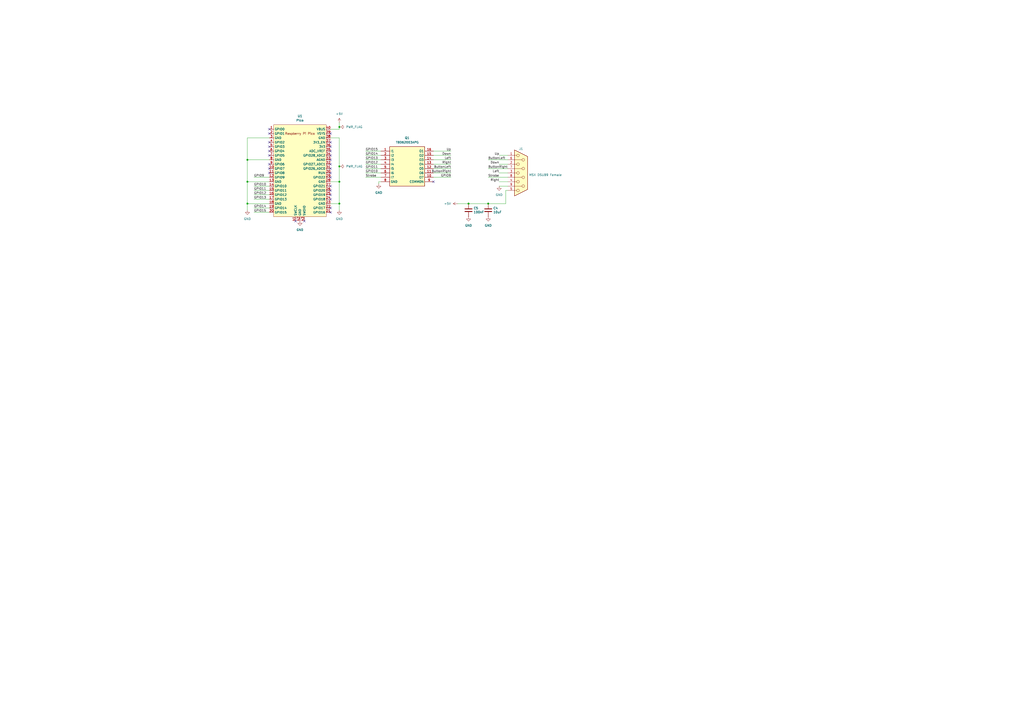
<source format=kicad_sch>
(kicad_sch (version 20231120) (generator "eeschema") (generator_version "8.0")
  (paper "A2")
  (title_block (title "MSX Mouse Adapter") (date "2021-10-31") (rev "0.9"))
  (lib_symbols
    (symbol "Device:C" (pin_numbers hide) (pin_names (offset 0.254))
      (property "Reference" "C" (at 0.635 2.54 0))
      (property "Value" "C" (at 0.635 -2.54 0))
      (symbol "C_0_1"
        (polyline (pts (xy -2.032 -0.762) (xy 2.032 -0.762)) (stroke (width 0.508)))
        (polyline (pts (xy -2.032 0.762) (xy 2.032 0.762)) (stroke (width 0.508)))
      )
      (symbol "C_1_1"
        (pin passive line (at 0 3.81 270) (length 2.794) (name "~") (number "1"))
        (pin passive line (at 0 -3.81 90) (length 2.794) (name "~") (number "2"))
      )
    )
    (symbol "dsub9:DB9_Female-Connector" (pin_names (offset 1.016) hide)
      (property "Reference" "J" (at 0 13.97 0))
      (property "Value" "Connector_DB9_Female" (at 0 -14.605 0))
      (symbol "DB9_Female-Connector_0_1"
        (circle (center -1.778 -10.16) (radius 0.762))
        (circle (center -1.778 -5.08) (radius 0.762))
        (circle (center -1.778 0) (radius 0.762))
        (circle (center -1.778 5.08) (radius 0.762))
        (circle (center -1.778 10.16) (radius 0.762))
        (polyline (pts (xy -3.81 -10.16) (xy -2.54 -10.16)))
        (polyline (pts (xy -3.81 -7.62) (xy 0.508 -7.62)))
        (polyline (pts (xy -3.81 -5.08) (xy -2.54 -5.08)))
        (polyline (pts (xy -3.81 -2.54) (xy 0.508 -2.54)))
        (polyline (pts (xy -3.81 0) (xy -2.54 0)))
        (polyline (pts (xy -3.81 2.54) (xy 0.508 2.54)))
        (polyline (pts (xy -3.81 5.08) (xy -2.54 5.08)))
        (polyline (pts (xy -3.81 7.62) (xy 0.508 7.62)))
        (polyline (pts (xy -3.81 10.16) (xy -2.54 10.16)))
        (polyline (pts (xy -3.81 13.335) (xy -3.81 -13.335) (xy 3.81 -9.525) (xy 3.81 9.525) (xy -3.81 13.335)) (stroke (width 0.254)) (fill (type background)))
        (circle (center 1.27 -7.62) (radius 0.762))
        (circle (center 1.27 -2.54) (radius 0.762))
        (circle (center 1.27 2.54) (radius 0.762))
        (circle (center 1.27 7.62) (radius 0.762))
      )
      (symbol "DB9_Female-Connector_1_1"
        (pin passive line (at -7.62 10.16 0) (length 3.81) (name "1") (number "1"))
        (pin passive line (at -7.62 5.08 0) (length 3.81) (name "2") (number "2"))
        (pin passive line (at -7.62 0 0) (length 3.81) (name "3") (number "3"))
        (pin passive line (at -7.62 -5.08 0) (length 3.81) (name "4") (number "4"))
        (pin passive line (at -7.62 -10.16 0) (length 3.81) (name "5") (number "5"))
        (pin passive line (at -7.62 7.62 0) (length 3.81) (name "6") (number "6"))
        (pin passive line (at -7.62 2.54 0) (length 3.81) (name "7") (number "7"))
        (pin passive line (at -7.62 -2.54 0) (length 3.81) (name "8") (number "8"))
        (pin passive line (at -7.62 -7.62 0) (length 3.81) (name "9") (number "9"))
      )
    )
    (symbol "pico-syms:Pico"
      (property "Reference" "U1" (at 0 31.75 0))
      (property "Value" "Pico" (at 0 29.21 0))
      (symbol "Pico_0_0"
        (text "Raspberry Pi Pico" (at 0 21.59 0) (effects (font (size 1.27 1.27))))
      )
      (symbol "Pico_0_1"
        (rectangle (start -15.24 26.67) (end 15.24 -26.67) (fill (type background)))
      )
      (symbol "Pico_1_1"
        (pin bidirectional line (at -17.78 24.13 0) (length 2.54) (name "GPIO0") (number "1"))
        (pin bidirectional line (at -17.78 1.27 0) (length 2.54) (name "GPIO7") (number "10"))
        (pin bidirectional line (at -17.78 -1.27 0) (length 2.54) (name "GPIO8") (number "11"))
        (pin bidirectional line (at -17.78 -3.81 0) (length 2.54) (name "GPIO9") (number "12"))
        (pin power_in line (at -17.78 -6.35 0) (length 2.54) (name "GND") (number "13"))
        (pin bidirectional line (at -17.78 -8.89 0) (length 2.54) (name "GPIO10") (number "14"))
        (pin bidirectional line (at -17.78 -11.43 0) (length 2.54) (name "GPIO11") (number "15"))
        (pin bidirectional line (at -17.78 -13.97 0) (length 2.54) (name "GPIO12") (number "16"))
        (pin bidirectional line (at -17.78 -16.51 0) (length 2.54) (name "GPIO13") (number "17"))
        (pin power_in line (at -17.78 -19.05 0) (length 2.54) (name "GND") (number "18"))
        (pin bidirectional line (at -17.78 -21.59 0) (length 2.54) (name "GPIO14") (number "19"))
        (pin bidirectional line (at -17.78 21.59 0) (length 2.54) (name "GPIO1") (number "2"))
        (pin bidirectional line (at -17.78 -24.13 0) (length 2.54) (name "GPIO15") (number "20"))
        (pin bidirectional line (at 17.78 -24.13 180) (length 2.54) (name "GPIO16") (number "21"))
        (pin bidirectional line (at 17.78 -21.59 180) (length 2.54) (name "GPIO17") (number "22"))
        (pin power_in line (at 17.78 -19.05 180) (length 2.54) (name "GND") (number "23"))
        (pin bidirectional line (at 17.78 -16.51 180) (length 2.54) (name "GPIO18") (number "24"))
        (pin bidirectional line (at 17.78 -13.97 180) (length 2.54) (name "GPIO19") (number "25"))
        (pin bidirectional line (at 17.78 -11.43 180) (length 2.54) (name "GPIO20") (number "26"))
        (pin bidirectional line (at 17.78 -8.89 180) (length 2.54) (name "GPIO21") (number "27"))
        (pin power_in line (at 17.78 -6.35 180) (length 2.54) (name "GND") (number "28"))
        (pin bidirectional line (at 17.78 -3.81 180) (length 2.54) (name "GPIO22") (number "29"))
        (pin power_in line (at -17.78 19.05 0) (length 2.54) (name "GND") (number "3"))
        (pin input line (at 17.78 -1.27 180) (length 2.54) (name "RUN") (number "30"))
        (pin bidirectional line (at 17.78 1.27 180) (length 2.54) (name "GPIO26_ADC0") (number "31"))
        (pin bidirectional line (at 17.78 3.81 180) (length 2.54) (name "GPIO27_ADC1") (number "32"))
        (pin power_in line (at 17.78 6.35 180) (length 2.54) (name "AGND") (number "33"))
        (pin bidirectional line (at 17.78 8.89 180) (length 2.54) (name "GPIO28_ADC2") (number "34"))
        (pin power_in line (at 17.78 11.43 180) (length 2.54) (name "ADC_VREF") (number "35"))
        (pin power_in line (at 17.78 13.97 180) (length 2.54) (name "3V3") (number "36"))
        (pin input line (at 17.78 16.51 180) (length 2.54) (name "3V3_EN") (number "37"))
        (pin power_in line (at 17.78 19.05 180) (length 2.54) (name "GND") (number "38"))
        (pin power_in line (at 17.78 21.59 180) (length 2.54) (name "VSYS") (number "39"))
        (pin bidirectional line (at -17.78 16.51 0) (length 2.54) (name "GPIO2") (number "4"))
        (pin power_in line (at 17.78 24.13 180) (length 2.54) (name "VBUS") (number "40"))
        (pin input line (at -2.54 -29.21 90) (length 2.54) (name "SWCLK") (number "41"))
        (pin power_in line (at 0 -29.21 90) (length 2.54) (name "GND") (number "42"))
        (pin bidirectional line (at 2.54 -29.21 90) (length 2.54) (name "SWDIO") (number "43"))
        (pin bidirectional line (at -17.78 13.97 0) (length 2.54) (name "GPIO3") (number "5"))
        (pin bidirectional line (at -17.78 11.43 0) (length 2.54) (name "GPIO4") (number "6"))
        (pin bidirectional line (at -17.78 8.89 0) (length 2.54) (name "GPIO5") (number "7"))
        (pin power_in line (at -17.78 6.35 0) (length 2.54) (name "GND") (number "8"))
        (pin bidirectional line (at -17.78 3.81 0) (length 2.54) (name "GPIO6") (number "9"))
      )
    )
    (symbol "power:+5V" (power) (pin_numbers hide) (pin_names (offset 0) hide)
      (property "Value" "+5V" (at 0 3.556 0))
      (symbol "+5V_0_1"
        (polyline (pts (xy -0.762 1.27) (xy 0 2.54)))
        (polyline (pts (xy 0 0) (xy 0 2.54)))
        (polyline (pts (xy 0 2.54) (xy 0.762 1.27)))
      )
      (symbol "+5V_1_1"
        (pin power_in line (at 0 0 90) (length 0) (name "~") (number "1"))
      )
    )
    (symbol "power:GND" (power) (pin_numbers hide) (pin_names (offset 0) hide)
      (property "Value" "GND" (at 0 -3.81 0))
      (symbol "GND_0_1"
        (polyline (pts (xy 0 0) (xy 0 -1.27) (xy 1.27 -1.27) (xy 0 -2.54) (xy -1.27 -1.27) (xy 0 -1.27)))
      )
      (symbol "GND_1_1"
        (pin power_in line (at 0 0 270) (length 0) (name "~") (number "1"))
      )
    )
    (symbol "power:PWR_FLAG" (power) (pin_numbers hide) (pin_names (offset 0) hide)
      (property "Value" "PWR_FLAG" (at 0 3.81 0))
      (symbol "PWR_FLAG_0_0"
        (pin power_out line (at 0 0 90) (length 0) (name "~") (number "1"))
      )
      (symbol "PWR_FLAG_0_1"
        (polyline (pts (xy 0 0) (xy 0 1.27) (xy -1.016 1.905) (xy 0 2.54) (xy 1.016 1.905) (xy 0 1.27)))
      )
    )
    (symbol "tbd:TBD62003APG"
      (property "Reference" "Q" (at 26.67 7.62 0))
      (property "Value" "TBD62003APG" (at 26.67 5.08 0))
      (symbol "TBD62003APG_1_1"
        (rectangle (start 5.08 2.54) (end 25.4 -20.32) (stroke (width 0.254)) (fill (type background)))
        (pin passive line (at 0 0 0) (length 5.08) (name "I1") (number "1"))
        (pin passive line (at 30.48 -15.24 180) (length 5.08) (name "O7") (number "10"))
        (pin passive line (at 30.48 -12.7 180) (length 5.08) (name "O6") (number "11"))
        (pin passive line (at 30.48 -10.16 180) (length 5.08) (name "O5") (number "12"))
        (pin passive line (at 30.48 -7.62 180) (length 5.08) (name "O4") (number "13"))
        (pin passive line (at 30.48 -5.08 180) (length 5.08) (name "O3") (number "14"))
        (pin passive line (at 30.48 -2.54 180) (length 5.08) (name "O2") (number "15"))
        (pin passive line (at 30.48 0 180) (length 5.08) (name "O1") (number "16"))
        (pin passive line (at 0 -2.54 0) (length 5.08) (name "I2") (number "2"))
        (pin passive line (at 0 -5.08 0) (length 5.08) (name "I3") (number "3"))
        (pin passive line (at 0 -7.62 0) (length 5.08) (name "I4") (number "4"))
        (pin passive line (at 0 -10.16 0) (length 5.08) (name "I5") (number "5"))
        (pin passive line (at 0 -12.7 0) (length 5.08) (name "I6") (number "6"))
        (pin passive line (at 0 -15.24 0) (length 5.08) (name "I7") (number "7"))
        (pin passive line (at 0 -17.78 0) (length 5.08) (name "GND") (number "8"))
        (pin passive line (at 30.48 -17.78 180) (length 5.08) (name "COMMON") (number "9"))
      )
    )
  )
  (junction (at 196.85 105.41))
  (junction (at 196.85 73.66))
  (junction (at 143.51 105.41))
  (junction (at 143.51 92.71))
  (junction (at 271.78 118.11))
  (junction (at 196.85 96.52))
  (junction (at 283.21 118.11))
  (junction (at 196.85 118.11))
  (junction (at 143.51 118.11))
  (no_connect (at 191.77 100.33))
  (no_connect (at 176.53 128.27))
  (no_connect (at 156.21 87.63))
  (no_connect (at 191.77 77.47))
  (no_connect (at 156.21 77.47))
  (no_connect (at 156.21 90.17))
  (no_connect (at 191.77 110.49))
  (no_connect (at 191.77 90.17))
  (no_connect (at 156.21 100.33))
  (no_connect (at 156.21 74.93))
  (no_connect (at 191.77 95.25))
  (no_connect (at 191.77 120.65))
  (no_connect (at 156.21 97.79))
  (no_connect (at 191.77 92.71))
  (no_connect (at 191.77 97.79))
  (no_connect (at 191.77 115.57))
  (no_connect (at 191.77 85.09))
  (no_connect (at 156.21 82.55))
  (no_connect (at 191.77 82.55))
  (no_connect (at 156.21 85.09))
  (no_connect (at 191.77 107.95))
  (no_connect (at 191.77 113.03))
  (no_connect (at 191.77 87.63))
  (no_connect (at 191.77 123.19))
  (no_connect (at 251.46 105.41))
  (no_connect (at 156.21 95.25))
  (no_connect (at 171.45 128.27))
  (no_connect (at 191.77 102.87))
  (wire (pts (xy 212.09 100.33) (xy 220.98 100.33)))
  (wire (pts (xy 220.98 105.41) (xy 219.71 105.41)))
  (wire (pts (xy 271.78 118.11) (xy 283.21 118.11)))
  (wire (pts (xy 147.32 123.19) (xy 156.21 123.19)))
  (wire (pts (xy 191.77 74.93) (xy 196.85 74.93)))
  (wire (pts (xy 251.46 90.17) (xy 261.62 90.17)))
  (wire (pts (xy 251.46 92.71) (xy 261.62 92.71)))
  (wire (pts (xy 143.51 118.11) (xy 143.51 121.92)))
  (wire (pts (xy 191.77 118.11) (xy 196.85 118.11)))
  (wire (pts (xy 147.32 110.49) (xy 156.21 110.49)))
  (wire (pts (xy 143.51 118.11) (xy 156.21 118.11)))
  (wire (pts (xy 143.51 80.01) (xy 156.21 80.01)))
  (wire (pts (xy 219.71 105.41) (xy 219.71 106.68)))
  (wire (pts (xy 293.37 110.49) (xy 293.37 118.11)))
  (wire (pts (xy 212.09 87.63) (xy 220.98 87.63)))
  (wire (pts (xy 196.85 96.52) (xy 196.85 105.41)))
  (wire (pts (xy 212.09 95.25) (xy 220.98 95.25)))
  (wire (pts (xy 289.56 100.33) (xy 294.64 100.33)))
  (wire (pts (xy 251.46 87.63) (xy 261.62 87.63)))
  (wire (pts (xy 289.56 95.25) (xy 294.64 95.25)))
  (wire (pts (xy 143.51 92.71) (xy 143.51 105.41)))
  (wire (pts (xy 143.51 92.71) (xy 156.21 92.71)))
  (wire (pts (xy 143.51 80.01) (xy 143.51 92.71)))
  (wire (pts (xy 212.09 102.87) (xy 220.98 102.87)))
  (wire (pts (xy 196.85 73.66) (xy 196.85 74.93)))
  (wire (pts (xy 212.09 90.17) (xy 220.98 90.17)))
  (wire (pts (xy 191.77 105.41) (xy 196.85 105.41)))
  (wire (pts (xy 294.64 97.79) (xy 283.21 97.79)))
  (wire (pts (xy 212.09 92.71) (xy 220.98 92.71)))
  (wire (pts (xy 147.32 102.87) (xy 156.21 102.87)))
  (wire (pts (xy 147.32 115.57) (xy 156.21 115.57)))
  (wire (pts (xy 147.32 113.03) (xy 156.21 113.03)))
  (wire (pts (xy 196.85 71.12) (xy 196.85 73.66)))
  (wire (pts (xy 294.64 92.71) (xy 283.21 92.71)))
  (wire (pts (xy 143.51 105.41) (xy 156.21 105.41)))
  (wire (pts (xy 289.56 105.41) (xy 294.64 105.41)))
  (wire (pts (xy 196.85 80.01) (xy 196.85 96.52)))
  (wire (pts (xy 289.56 90.17) (xy 294.64 90.17)))
  (wire (pts (xy 147.32 120.65) (xy 156.21 120.65)))
  (wire (pts (xy 251.46 97.79) (xy 261.62 97.79)))
  (wire (pts (xy 191.77 80.01) (xy 196.85 80.01)))
  (wire (pts (xy 251.46 102.87) (xy 261.62 102.87)))
  (wire (pts (xy 147.32 107.95) (xy 156.21 107.95)))
  (wire (pts (xy 283.21 118.11) (xy 293.37 118.11)))
  (wire (pts (xy 293.37 110.49) (xy 294.64 110.49)))
  (wire (pts (xy 265.43 118.11) (xy 271.78 118.11)))
  (wire (pts (xy 196.85 105.41) (xy 196.85 118.11)))
  (wire (pts (xy 294.64 107.95) (xy 289.56 107.95)))
  (wire (pts (xy 212.09 97.79) (xy 220.98 97.79)))
  (wire (pts (xy 251.46 95.25) (xy 261.62 95.25)))
  (wire (pts (xy 143.51 105.41) (xy 143.51 118.11)))
  (wire (pts (xy 294.64 102.87) (xy 283.21 102.87)))
  (wire (pts (xy 251.46 100.33) (xy 261.62 100.33)))
  (wire (pts (xy 196.85 118.11) (xy 196.85 121.92)))
  (label "GPIO15" (at 212.09 87.63 0))
  (label "Up" (at 289.56 90.17 180))
  (label "Left" (at 289.56 100.33 180))
  (label "GPIO13" (at 147.32 115.57 0))
  (label "Up" (at 261.62 87.63 180))
  (label "GPIO10" (at 147.32 107.95 0))
  (label "GPIO11" (at 147.32 110.49 0))
  (label "GPIO14" (at 212.09 90.17 0))
  (label "ButtonRight" (at 283.21 97.79 0))
  (label "Right" (at 261.62 95.25 180))
  (label "Left" (at 261.62 92.71 180))
  (label "GPIO14" (at 147.32 120.65 0))
  (label "Down" (at 261.62 90.17 180))
  (label "ButtonLeft" (at 283.21 92.71 0))
  (label "Down" (at 289.56 95.25 180))
  (label "ButtonLeft" (at 261.62 97.79 180))
  (label "Strobe" (at 283.21 102.87 0))
  (label "Strobe" (at 212.09 102.87 0))
  (label "GPIO12" (at 147.32 113.03 0))
  (label "GPIO9" (at 147.32 102.87 0))
  (label "GPIO10" (at 212.09 100.33 0))
  (label "Right" (at 289.56 105.41 180))
  (label "GPIO12" (at 212.09 95.25 0))
  (label "GPIO13" (at 212.09 92.71 0))
  (label "GPIO15" (at 147.32 123.19 0))
  (label "ButtonRight" (at 261.62 100.33 180))
  (label "GPIO9" (at 261.62 102.87 180))
  (label "GPIO11" (at 212.09 97.79 0))
  (symbol (lib_id "Device:C") (at 271.78 121.92 0) (unit 1)
    (property "Reference" "C5" (at 274.701 120.7516 0) (effects (justify left)))
    (property "Value" "100nF" (at 274.701 123.063 0) (effects (justify left)))
    (property "Footprint" "Capacitor_SMD:C_0805_2012Metric_Pad1.18x1.45mm_HandSolder" (effects (hide yes)))
    (property "Description" "Unpolarized capacitor" (effects (hide yes)))
    (property "LCSC" "C1525" (effects (hide yes)))
  )
  (symbol (lib_id "Device:C") (at 283.21 121.92 0) (unit 1)
    (property "Reference" "C4" (at 286.131 120.7516 0) (effects (justify left)))
    (property "Value" "10uF" (at 286.131 123.063 0) (effects (justify left)))
    (property "Footprint" "Capacitor_SMD:C_0805_2012Metric_Pad1.18x1.45mm_HandSolder" (effects (hide yes)))
    (property "Description" "Unpolarized capacitor" (effects (hide yes)))
    (property "LCSC" "C15850" (effects (hide yes)))
  )
  (symbol (lib_id "dsub9:DB9_Female-Connector") (at 302.26 100.33 0) (unit 1)
    (property "Reference" "J1" (at 302.26 86.36 0))
    (property "Value" "MSX DSUB9 Female" (at 306.832 101.473 0) (effects (justify left)))
    (property "Footprint" "custom:MSX DSUB9 Female" (effects (hide yes)))
    (property "Datasheet" " ~" (effects (hide yes)))
  )
  (symbol (lib_id "power:PWR_FLAG") (at 196.85 96.52 270) (unit 1)
    (property "Reference" "#FLG02" (effects (hide yes)))
    (property "Value" "PWR_FLAG" (at 200.66 96.5199 90) (effects (justify left)))
    (property "Description" "Special symbol for telling ERC where power comes from" (effects (hide yes)))
  )
  (symbol (lib_id "power:GND") (at 289.56 107.95 0) (unit 1)
    (property "Reference" "#PWR08" (effects (hide yes)))
    (property "Value" "GND" (at 289.56 113.03 0))
    (property "Description" "Power symbol creates a global label with name \"GND\" , ground" (effects (hide yes)))
  )
  (symbol (lib_id "power:+5V") (at 196.85 71.12 0) (unit 1)
    (property "Reference" "#PWR03" (effects (hide yes)))
    (property "Value" "+5V" (at 196.85 66.04 0))
    (property "Description" "Power symbol creates a global label with name \"+5V\"" (effects (hide yes)))
  )
  (symbol (lib_id "power:+5V") (at 265.43 118.11 90) (unit 1)
    (property "Reference" "#PWR01" (effects (hide yes)))
    (property "Value" "+5V" (at 261.62 118.1099 90) (effects (justify left)))
    (property "Description" "Power symbol creates a global label with name \"+5V\"" (effects (hide yes)))
  )
  (symbol (lib_id "power:GND") (at 219.71 106.68 0) (unit 1)
    (property "Reference" "#PWR09" (effects (hide yes)))
    (property "Value" "GND" (at 219.71 111.76 0))
    (property "Description" "Power symbol creates a global label with name \"GND\" , ground" (effects (hide yes)))
  )
  (symbol (lib_id "power:GND") (at 283.21 125.73 0) (unit 1)
    (property "Reference" "#PWR07" (effects (hide yes)))
    (property "Value" "GND" (at 283.21 130.81 0))
    (property "Description" "Power symbol creates a global label with name \"GND\" , ground" (effects (hide yes)))
  )
  (symbol (lib_id "power:GND") (at 196.85 121.92 0) (unit 1)
    (property "Reference" "#PWR04" (effects (hide yes)))
    (property "Value" "GND" (at 196.85 127 0))
    (property "Description" "Power symbol creates a global label with name \"GND\" , ground" (effects (hide yes)))
  )
  (symbol (lib_id "power:GND") (at 271.78 125.73 0) (unit 1)
    (property "Reference" "#PWR06" (effects (hide yes)))
    (property "Value" "GND" (at 271.78 130.81 0))
    (property "Description" "Power symbol creates a global label with name \"GND\" , ground" (effects (hide yes)))
  )
  (symbol (lib_id "power:PWR_FLAG") (at 196.85 73.66 270) (unit 1)
    (property "Reference" "#FLG01" (effects (hide yes)))
    (property "Value" "PWR_FLAG" (at 200.66 73.6599 90) (effects (justify left)))
    (property "Description" "Special symbol for telling ERC where power comes from" (effects (hide yes)))
  )
  (symbol (lib_id "power:GND") (at 173.99 128.27 0) (unit 1)
    (property "Reference" "#PWR05" (effects (hide yes)))
    (property "Value" "GND" (at 173.99 133.35 0))
    (property "Description" "Power symbol creates a global label with name \"GND\" , ground" (effects (hide yes)))
  )
  (symbol (lib_id "pico-syms:Pico") (at 173.99 99.06 0) (unit 1)
    (property "Reference" "U1" (at 173.99 67.31 0))
    (property "Value" "Pico" (at 173.99 69.85 0))
    (property "Footprint" "pico:RPi_Pico_SMD_TH" (effects (hide yes)))
  )
  (symbol (lib_id "power:GND") (at 143.51 121.92 0) (unit 1)
    (property "Reference" "#PWR02" (effects (hide yes)))
    (property "Value" "GND" (at 143.51 127 0))
    (property "Description" "Power symbol creates a global label with name \"GND\" , ground" (effects (hide yes)))
  )
  (symbol (lib_id "tbd:TBD62003APG") (at 220.98 87.63 0) (unit 1)
    (property "Reference" "Q1" (at 236.22 80.01 0))
    (property "Value" "TBD62003APG" (at 236.22 82.55 0))
    (property "Footprint" "custom:DIP762W60P254L1975H445Q16N" (effects (hide yes)))
    (property "Datasheet" "http://toshiba.semicon-storage.com/eu/product/linear/transistor-array/detail.TBD62003APG.html" (effects (hide yes)))
    (property "Description" "Gate Drivers DMOS Transistor Array 7-CH, 50V/0.5A" (effects (hide yes)))
    (property "Height" "4.45" (effects (hide yes)))
    (property "Mouser Part Number" "757-TBD62003APG" (effects (hide yes)))
    (property "Mouser Price/Stock" "https://www.mouser.co.uk/ProductDetail/Toshiba/TBD62003APG?qs=fSnNYG2PaKJOVh9%2FBibgZw%3D%3D" (effects (hide yes)))
    (property "Manufacturer_Name" "Toshiba" (effects (hide yes)))
    (property "Manufacturer_Part_Number" "TBD62003APG" (effects (hide yes)))
  )
)
</source>
